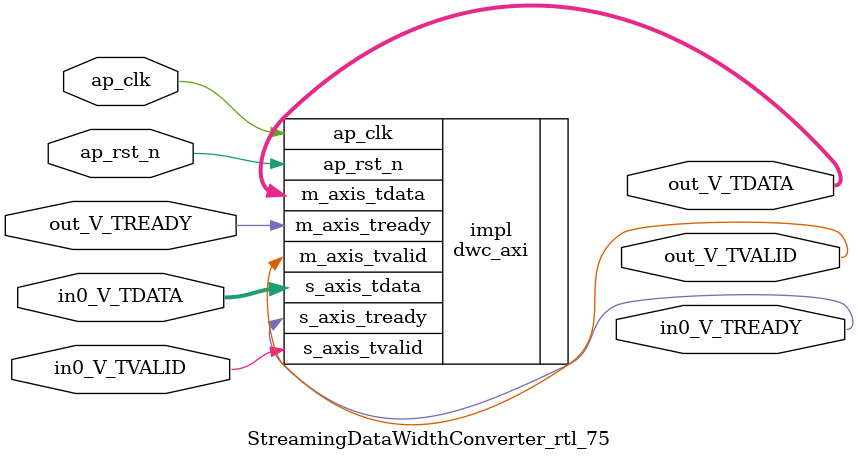
<source format=v>
/******************************************************************************
 * Copyright (C) 2023, Advanced Micro Devices, Inc.
 * All rights reserved.
 *
 * Redistribution and use in source and binary forms, with or without
 * modification, are permitted provided that the following conditions are met:
 *
 *  1. Redistributions of source code must retain the above copyright notice,
 *     this list of conditions and the following disclaimer.
 *
 *  2. Redistributions in binary form must reproduce the above copyright
 *     notice, this list of conditions and the following disclaimer in the
 *     documentation and/or other materials provided with the distribution.
 *
 *  3. Neither the name of the copyright holder nor the names of its
 *     contributors may be used to endorse or promote products derived from
 *     this software without specific prior written permission.
 *
 * THIS SOFTWARE IS PROVIDED BY THE COPYRIGHT HOLDERS AND CONTRIBUTORS "AS IS"
 * AND ANY EXPRESS OR IMPLIED WARRANTIES, INCLUDING, BUT NOT LIMITED TO,
 * THE IMPLIED WARRANTIES OF MERCHANTABILITY AND FITNESS FOR A PARTICULAR
 * PURPOSE ARE DISCLAIMED. IN NO EVENT SHALL THE COPYRIGHT HOLDER OR
 * CONTRIBUTORS BE LIABLE FOR ANY DIRECT, INDIRECT, INCIDENTAL, SPECIAL,
 * EXEMPLARY, OR CONSEQUENTIAL DAMAGES (INCLUDING, BUT NOT LIMITED TO,
 * PROCUREMENT OF SUBSTITUTE GOODS OR SERVICES; LOSS OF USE, DATA, OR PROFITS;
 * OR BUSINESS INTERRUPTION). HOWEVER CAUSED AND ON ANY THEORY OF LIABILITY,
 * WHETHER IN CONTRACT, STRICT LIABILITY, OR TORT (INCLUDING NEGLIGENCE OR
 * OTHERWISE) ARISING IN ANY WAY OUT OF THE USE OF THIS SOFTWARE, EVEN IF
 * ADVISED OF THE POSSIBILITY OF SUCH DAMAGE.
 *****************************************************************************/

module StreamingDataWidthConverter_rtl_75 #(
	parameter  IBITS = 4,
	parameter  OBITS = 8,

	parameter  AXI_IBITS = (IBITS+7)/8 * 8,
	parameter  AXI_OBITS = (OBITS+7)/8 * 8
)(
	//- Global Control ------------------
	(* X_INTERFACE_INFO = "xilinx.com:signal:clock:1.0 ap_clk CLK" *)
	(* X_INTERFACE_PARAMETER = "ASSOCIATED_BUSIF in0_V:out_V, ASSOCIATED_RESET ap_rst_n" *)
	input	ap_clk,
	(* X_INTERFACE_PARAMETER = "POLARITY ACTIVE_LOW" *)
	input	ap_rst_n,

	//- AXI Stream - Input --------------
	output	in0_V_TREADY,
	input	in0_V_TVALID,
	input	[AXI_IBITS-1:0]  in0_V_TDATA,

	//- AXI Stream - Output -------------
	input	out_V_TREADY,
	output	out_V_TVALID,
	output	[AXI_OBITS-1:0]  out_V_TDATA
);

	dwc_axi #(
		.IBITS(IBITS),
		.OBITS(OBITS)
	) impl (
		.ap_clk(ap_clk),
		.ap_rst_n(ap_rst_n),
		.s_axis_tready(in0_V_TREADY),
		.s_axis_tvalid(in0_V_TVALID),
		.s_axis_tdata(in0_V_TDATA),
		.m_axis_tready(out_V_TREADY),
		.m_axis_tvalid(out_V_TVALID),
		.m_axis_tdata(out_V_TDATA)
	);

endmodule

</source>
